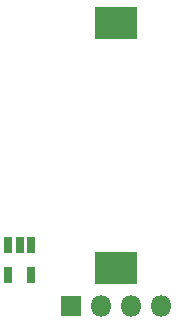
<source format=gbr>
%TF.GenerationSoftware,KiCad,Pcbnew,(5.1.6)-1*%
%TF.CreationDate,2022-09-21T14:30:55-04:00*%
%TF.ProjectId,EXT_BATT_4.5,4558545f-4241-4545-945f-342e352e6b69,rev?*%
%TF.SameCoordinates,Original*%
%TF.FileFunction,Soldermask,Top*%
%TF.FilePolarity,Negative*%
%FSLAX46Y46*%
G04 Gerber Fmt 4.6, Leading zero omitted, Abs format (unit mm)*
G04 Created by KiCad (PCBNEW (5.1.6)-1) date 2022-09-21 14:30:55*
%MOMM*%
%LPD*%
G01*
G04 APERTURE LIST*
%ADD10R,3.600000X2.700000*%
%ADD11R,0.700000X1.350000*%
%ADD12R,1.800000X1.800000*%
%ADD13O,1.800000X1.800000*%
G04 APERTURE END LIST*
D10*
%TO.C,BT1*%
X129300000Y-77900000D03*
X129300000Y-98600000D03*
%TD*%
D11*
%TO.C,IC1*%
X122100000Y-96700000D03*
X121150000Y-96700000D03*
X120200000Y-96700000D03*
X120200000Y-99200000D03*
X122100000Y-99200000D03*
%TD*%
D12*
%TO.C,J1*%
X125500000Y-101800000D03*
D13*
X128040000Y-101800000D03*
X130580000Y-101800000D03*
X133120000Y-101800000D03*
%TD*%
M02*

</source>
